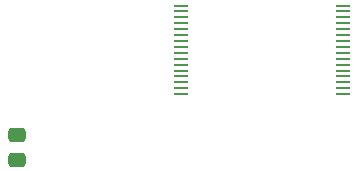
<source format=gbr>
%TF.GenerationSoftware,KiCad,Pcbnew,(6.0.7-1)-1*%
%TF.CreationDate,2023-01-24T10:13:40-08:00*%
%TF.ProjectId,QCard,51436172-642e-46b6-9963-61645f706362,1903842*%
%TF.SameCoordinates,Original*%
%TF.FileFunction,Paste,Top*%
%TF.FilePolarity,Positive*%
%FSLAX46Y46*%
G04 Gerber Fmt 4.6, Leading zero omitted, Abs format (unit mm)*
G04 Created by KiCad (PCBNEW (6.0.7-1)-1) date 2023-01-24 10:13:40*
%MOMM*%
%LPD*%
G01*
G04 APERTURE LIST*
G04 Aperture macros list*
%AMRoundRect*
0 Rectangle with rounded corners*
0 $1 Rounding radius*
0 $2 $3 $4 $5 $6 $7 $8 $9 X,Y pos of 4 corners*
0 Add a 4 corners polygon primitive as box body*
4,1,4,$2,$3,$4,$5,$6,$7,$8,$9,$2,$3,0*
0 Add four circle primitives for the rounded corners*
1,1,$1+$1,$2,$3*
1,1,$1+$1,$4,$5*
1,1,$1+$1,$6,$7*
1,1,$1+$1,$8,$9*
0 Add four rect primitives between the rounded corners*
20,1,$1+$1,$2,$3,$4,$5,0*
20,1,$1+$1,$4,$5,$6,$7,0*
20,1,$1+$1,$6,$7,$8,$9,0*
20,1,$1+$1,$8,$9,$2,$3,0*%
G04 Aperture macros list end*
%ADD10R,1.200899X0.279400*%
%ADD11RoundRect,0.250000X-0.475000X0.337500X-0.475000X-0.337500X0.475000X-0.337500X0.475000X0.337500X0*%
G04 APERTURE END LIST*
D10*
%TO.C,U1*%
X72201377Y-65202500D03*
X72201377Y-65702499D03*
X72201377Y-66202500D03*
X72201377Y-66702499D03*
X72201377Y-67202501D03*
X72201377Y-67702500D03*
X72201377Y-68202499D03*
X72201377Y-68702500D03*
X72201377Y-69202500D03*
X72201377Y-69702501D03*
X72201377Y-70202500D03*
X72201377Y-70702499D03*
X72201377Y-71202501D03*
X72201377Y-71702500D03*
X72201377Y-72202501D03*
X72201377Y-72702500D03*
X85899073Y-72702500D03*
X85899073Y-72202501D03*
X85899073Y-71702500D03*
X85899073Y-71202501D03*
X85899073Y-70702499D03*
X85899073Y-70202500D03*
X85899073Y-69702501D03*
X85899073Y-69202500D03*
X85899073Y-68702500D03*
X85899073Y-68202499D03*
X85899073Y-67702500D03*
X85899073Y-67202501D03*
X85899073Y-66702499D03*
X85899073Y-66202500D03*
X85899073Y-65702499D03*
X85899073Y-65202500D03*
%TD*%
D11*
%TO.C,C1*%
X58300000Y-76200000D03*
X58300000Y-78275000D03*
%TD*%
M02*

</source>
